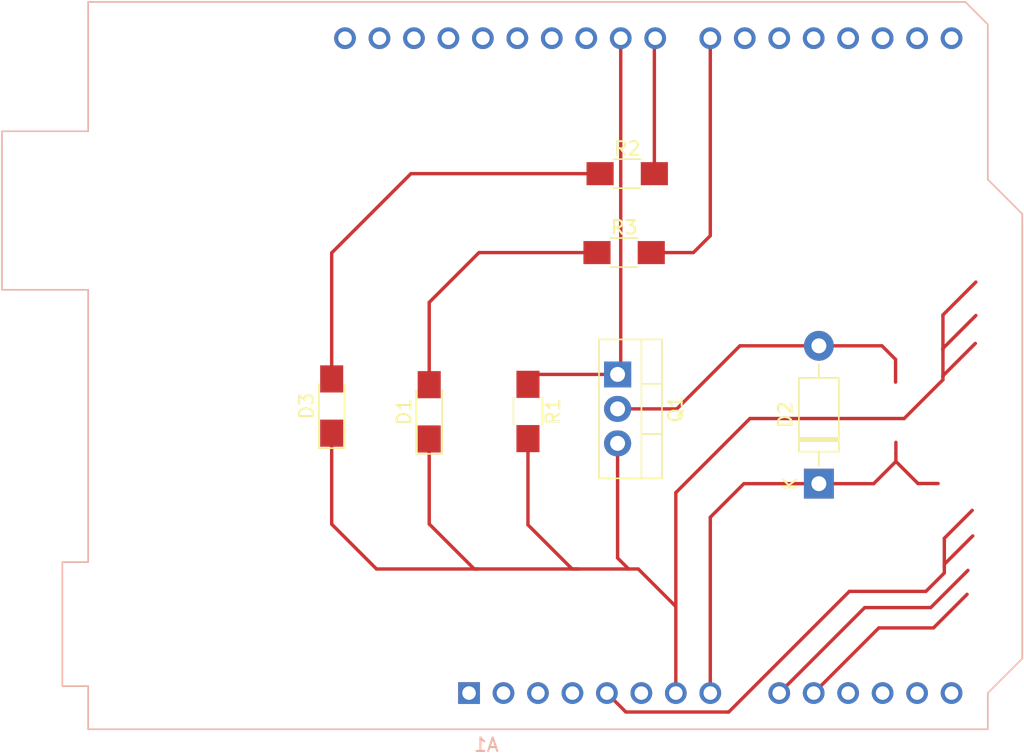
<source format=kicad_pcb>
(kicad_pcb (version 20171130) (host pcbnew "(5.1.9)-1")

  (general
    (thickness 1.6)
    (drawings 0)
    (tracks 75)
    (zones 0)
    (modules 8)
    (nets 36)
  )

  (page A4)
  (layers
    (0 F.Cu signal)
    (31 B.Cu signal)
    (32 B.Adhes user)
    (33 F.Adhes user)
    (34 B.Paste user)
    (35 F.Paste user)
    (36 B.SilkS user)
    (37 F.SilkS user)
    (38 B.Mask user)
    (39 F.Mask user)
    (40 Dwgs.User user)
    (41 Cmts.User user)
    (42 Eco1.User user)
    (43 Eco2.User user)
    (44 Edge.Cuts user)
    (45 Margin user)
    (46 B.CrtYd user)
    (47 F.CrtYd user)
    (48 B.Fab user)
    (49 F.Fab user)
  )

  (setup
    (last_trace_width 0.25)
    (trace_clearance 0.2)
    (zone_clearance 0.508)
    (zone_45_only no)
    (trace_min 0.2)
    (via_size 0.8)
    (via_drill 0.4)
    (via_min_size 0.4)
    (via_min_drill 0.3)
    (uvia_size 0.3)
    (uvia_drill 0.1)
    (uvias_allowed no)
    (uvia_min_size 0.2)
    (uvia_min_drill 0.1)
    (edge_width 0.05)
    (segment_width 0.2)
    (pcb_text_width 0.3)
    (pcb_text_size 1.5 1.5)
    (mod_edge_width 0.12)
    (mod_text_size 1 1)
    (mod_text_width 0.15)
    (pad_size 1.524 1.524)
    (pad_drill 0.762)
    (pad_to_mask_clearance 0)
    (aux_axis_origin 0 0)
    (visible_elements FFFFFF7F)
    (pcbplotparams
      (layerselection 0x010fc_ffffffff)
      (usegerberextensions false)
      (usegerberattributes true)
      (usegerberadvancedattributes true)
      (creategerberjobfile true)
      (excludeedgelayer true)
      (linewidth 0.100000)
      (plotframeref false)
      (viasonmask false)
      (mode 1)
      (useauxorigin false)
      (hpglpennumber 1)
      (hpglpenspeed 20)
      (hpglpendiameter 15.000000)
      (psnegative false)
      (psa4output false)
      (plotreference true)
      (plotvalue true)
      (plotinvisibletext false)
      (padsonsilk false)
      (subtractmaskfromsilk false)
      (outputformat 1)
      (mirror false)
      (drillshape 1)
      (scaleselection 1)
      (outputdirectory ""))
  )

  (net 0 "")
  (net 1 "Net-(A1-Pad16)")
  (net 2 "Net-(A1-Pad15)")
  (net 3 "Net-(A1-Pad30)")
  (net 4 "Net-(A1-Pad14)")
  (net 5 "Net-(A1-Pad29)")
  (net 6 "Net-(A1-Pad13)")
  (net 7 "Net-(A1-Pad28)")
  (net 8 "Net-(A1-Pad12)")
  (net 9 "Net-(A1-Pad27)")
  (net 10 "Net-(A1-Pad11)")
  (net 11 "Net-(A1-Pad26)")
  (net 12 "Net-(A1-Pad10)")
  (net 13 "Net-(A1-Pad25)")
  (net 14 "Net-(A1-Pad9)")
  (net 15 "Net-(A1-Pad24)")
  (net 16 "Net-(A1-Pad8)")
  (net 17 "Net-(A1-Pad23)")
  (net 18 "Net-(A1-Pad7)")
  (net 19 "Net-(A1-Pad22)")
  (net 20 "Net-(A1-Pad6)")
  (net 21 "Net-(A1-Pad21)")
  (net 22 "Net-(A1-Pad5)")
  (net 23 "Net-(A1-Pad20)")
  (net 24 "Net-(A1-Pad4)")
  (net 25 "Net-(A1-Pad19)")
  (net 26 "Net-(A1-Pad3)")
  (net 27 "Net-(A1-Pad18)")
  (net 28 "Net-(A1-Pad2)")
  (net 29 "Net-(A1-Pad17)")
  (net 30 "Net-(A1-Pad1)")
  (net 31 "Net-(A1-Pad31)")
  (net 32 "Net-(A1-Pad32)")
  (net 33 "Net-(D1-Pad2)")
  (net 34 "Net-(D2-Pad2)")
  (net 35 "Net-(D3-Pad2)")

  (net_class Default "This is the default net class."
    (clearance 0.2)
    (trace_width 0.25)
    (via_dia 0.8)
    (via_drill 0.4)
    (uvia_dia 0.3)
    (uvia_drill 0.1)
    (add_net "Net-(A1-Pad1)")
    (add_net "Net-(A1-Pad10)")
    (add_net "Net-(A1-Pad11)")
    (add_net "Net-(A1-Pad12)")
    (add_net "Net-(A1-Pad13)")
    (add_net "Net-(A1-Pad14)")
    (add_net "Net-(A1-Pad15)")
    (add_net "Net-(A1-Pad16)")
    (add_net "Net-(A1-Pad17)")
    (add_net "Net-(A1-Pad18)")
    (add_net "Net-(A1-Pad19)")
    (add_net "Net-(A1-Pad2)")
    (add_net "Net-(A1-Pad20)")
    (add_net "Net-(A1-Pad21)")
    (add_net "Net-(A1-Pad22)")
    (add_net "Net-(A1-Pad23)")
    (add_net "Net-(A1-Pad24)")
    (add_net "Net-(A1-Pad25)")
    (add_net "Net-(A1-Pad26)")
    (add_net "Net-(A1-Pad27)")
    (add_net "Net-(A1-Pad28)")
    (add_net "Net-(A1-Pad29)")
    (add_net "Net-(A1-Pad3)")
    (add_net "Net-(A1-Pad30)")
    (add_net "Net-(A1-Pad31)")
    (add_net "Net-(A1-Pad32)")
    (add_net "Net-(A1-Pad4)")
    (add_net "Net-(A1-Pad5)")
    (add_net "Net-(A1-Pad6)")
    (add_net "Net-(A1-Pad7)")
    (add_net "Net-(A1-Pad8)")
    (add_net "Net-(A1-Pad9)")
    (add_net "Net-(D1-Pad2)")
    (add_net "Net-(D2-Pad2)")
    (add_net "Net-(D3-Pad2)")
  )

  (module Diode_THT:D_DO-41_SOD81_P10.16mm_Horizontal (layer F.Cu) (tedit 5AE50CD5) (tstamp 607DA7AC)
    (at 185.039 87.6554 90)
    (descr "Diode, DO-41_SOD81 series, Axial, Horizontal, pin pitch=10.16mm, , length*diameter=5.2*2.7mm^2, , http://www.diodes.com/_files/packages/DO-41%20(Plastic).pdf")
    (tags "Diode DO-41_SOD81 series Axial Horizontal pin pitch 10.16mm  length 5.2mm diameter 2.7mm")
    (path /6074A480)
    (fp_text reference D2 (at 5.08 -2.47 90) (layer F.SilkS)
      (effects (font (size 1 1) (thickness 0.15)))
    )
    (fp_text value 1N4007 (at 5.08 2.47 90) (layer F.Fab)
      (effects (font (size 1 1) (thickness 0.15)))
    )
    (fp_text user K (at 0 -2.1 90) (layer F.SilkS)
      (effects (font (size 1 1) (thickness 0.15)))
    )
    (fp_text user K (at 0 -2.1 90) (layer F.Fab)
      (effects (font (size 1 1) (thickness 0.15)))
    )
    (fp_text user %R (at 5.47 0 90) (layer F.Fab)
      (effects (font (size 1 1) (thickness 0.15)))
    )
    (fp_line (start 2.48 -1.35) (end 2.48 1.35) (layer F.Fab) (width 0.1))
    (fp_line (start 2.48 1.35) (end 7.68 1.35) (layer F.Fab) (width 0.1))
    (fp_line (start 7.68 1.35) (end 7.68 -1.35) (layer F.Fab) (width 0.1))
    (fp_line (start 7.68 -1.35) (end 2.48 -1.35) (layer F.Fab) (width 0.1))
    (fp_line (start 0 0) (end 2.48 0) (layer F.Fab) (width 0.1))
    (fp_line (start 10.16 0) (end 7.68 0) (layer F.Fab) (width 0.1))
    (fp_line (start 3.26 -1.35) (end 3.26 1.35) (layer F.Fab) (width 0.1))
    (fp_line (start 3.36 -1.35) (end 3.36 1.35) (layer F.Fab) (width 0.1))
    (fp_line (start 3.16 -1.35) (end 3.16 1.35) (layer F.Fab) (width 0.1))
    (fp_line (start 2.36 -1.47) (end 2.36 1.47) (layer F.SilkS) (width 0.12))
    (fp_line (start 2.36 1.47) (end 7.8 1.47) (layer F.SilkS) (width 0.12))
    (fp_line (start 7.8 1.47) (end 7.8 -1.47) (layer F.SilkS) (width 0.12))
    (fp_line (start 7.8 -1.47) (end 2.36 -1.47) (layer F.SilkS) (width 0.12))
    (fp_line (start 1.34 0) (end 2.36 0) (layer F.SilkS) (width 0.12))
    (fp_line (start 8.82 0) (end 7.8 0) (layer F.SilkS) (width 0.12))
    (fp_line (start 3.26 -1.47) (end 3.26 1.47) (layer F.SilkS) (width 0.12))
    (fp_line (start 3.38 -1.47) (end 3.38 1.47) (layer F.SilkS) (width 0.12))
    (fp_line (start 3.14 -1.47) (end 3.14 1.47) (layer F.SilkS) (width 0.12))
    (fp_line (start -1.35 -1.6) (end -1.35 1.6) (layer F.CrtYd) (width 0.05))
    (fp_line (start -1.35 1.6) (end 11.51 1.6) (layer F.CrtYd) (width 0.05))
    (fp_line (start 11.51 1.6) (end 11.51 -1.6) (layer F.CrtYd) (width 0.05))
    (fp_line (start 11.51 -1.6) (end -1.35 -1.6) (layer F.CrtYd) (width 0.05))
    (pad 2 thru_hole oval (at 10.16 0 90) (size 2.2 2.2) (drill 1.1) (layers *.Cu *.Mask)
      (net 34 "Net-(D2-Pad2)"))
    (pad 1 thru_hole rect (at 0 0 90) (size 2.2 2.2) (drill 1.1) (layers *.Cu *.Mask)
      (net 16 "Net-(A1-Pad8)"))
    (model ${KISYS3DMOD}/Diode_THT.3dshapes/D_DO-41_SOD81_P10.16mm_Horizontal.wrl
      (at (xyz 0 0 0))
      (scale (xyz 1 1 1))
      (rotate (xyz 0 0 0))
    )
  )

  (module fab:R_1206 (layer F.Cu) (tedit 60020482) (tstamp 607DA80E)
    (at 170.688 70.6247)
    (descr "Resistor SMD 1206, hand soldering")
    (tags "resistor 1206")
    (path /60752E1F)
    (attr smd)
    (fp_text reference R3 (at 0 -1.85) (layer F.SilkS)
      (effects (font (size 1 1) (thickness 0.15)))
    )
    (fp_text value R (at 0 1.9) (layer F.Fab)
      (effects (font (size 1 1) (thickness 0.15)))
    )
    (fp_text user %R (at 0 0) (layer F.Fab)
      (effects (font (size 0.7 0.7) (thickness 0.105)))
    )
    (fp_line (start -1.6 0.8) (end -1.6 -0.8) (layer F.Fab) (width 0.1))
    (fp_line (start 1.6 0.8) (end -1.6 0.8) (layer F.Fab) (width 0.1))
    (fp_line (start 1.6 -0.8) (end 1.6 0.8) (layer F.Fab) (width 0.1))
    (fp_line (start -1.6 -0.8) (end 1.6 -0.8) (layer F.Fab) (width 0.1))
    (fp_line (start 1 1.07) (end -1 1.07) (layer F.SilkS) (width 0.12))
    (fp_line (start -1 -1.07) (end 1 -1.07) (layer F.SilkS) (width 0.12))
    (fp_line (start -3.25 -1.11) (end 3.25 -1.11) (layer F.CrtYd) (width 0.05))
    (fp_line (start -3.25 -1.11) (end -3.25 1.1) (layer F.CrtYd) (width 0.05))
    (fp_line (start 3.25 1.1) (end 3.25 -1.11) (layer F.CrtYd) (width 0.05))
    (fp_line (start 3.25 1.1) (end -3.25 1.1) (layer F.CrtYd) (width 0.05))
    (pad 1 smd rect (at -2 0) (size 2 1.7) (layers F.Cu F.Paste F.Mask)
      (net 33 "Net-(D1-Pad2)"))
    (pad 2 smd rect (at 2 0) (size 2 1.7) (layers F.Cu F.Paste F.Mask)
      (net 19 "Net-(A1-Pad22)"))
    (model ${FAB}/fab.3dshapes/R_1206.step
      (at (xyz 0 0 0))
      (scale (xyz 1 1 1))
      (rotate (xyz 0 0 0))
    )
  )

  (module fab:R_1206 (layer F.Cu) (tedit 60020482) (tstamp 607DA7FD)
    (at 170.9166 64.8081)
    (descr "Resistor SMD 1206, hand soldering")
    (tags "resistor 1206")
    (path /607570CF)
    (attr smd)
    (fp_text reference R2 (at 0 -1.85) (layer F.SilkS)
      (effects (font (size 1 1) (thickness 0.15)))
    )
    (fp_text value R (at 0 1.9) (layer F.Fab)
      (effects (font (size 1 1) (thickness 0.15)))
    )
    (fp_text user %R (at 0 0) (layer F.Fab)
      (effects (font (size 0.7 0.7) (thickness 0.105)))
    )
    (fp_line (start -1.6 0.8) (end -1.6 -0.8) (layer F.Fab) (width 0.1))
    (fp_line (start 1.6 0.8) (end -1.6 0.8) (layer F.Fab) (width 0.1))
    (fp_line (start 1.6 -0.8) (end 1.6 0.8) (layer F.Fab) (width 0.1))
    (fp_line (start -1.6 -0.8) (end 1.6 -0.8) (layer F.Fab) (width 0.1))
    (fp_line (start 1 1.07) (end -1 1.07) (layer F.SilkS) (width 0.12))
    (fp_line (start -1 -1.07) (end 1 -1.07) (layer F.SilkS) (width 0.12))
    (fp_line (start -3.25 -1.11) (end 3.25 -1.11) (layer F.CrtYd) (width 0.05))
    (fp_line (start -3.25 -1.11) (end -3.25 1.1) (layer F.CrtYd) (width 0.05))
    (fp_line (start 3.25 1.1) (end 3.25 -1.11) (layer F.CrtYd) (width 0.05))
    (fp_line (start 3.25 1.1) (end -3.25 1.1) (layer F.CrtYd) (width 0.05))
    (pad 1 smd rect (at -2 0) (size 2 1.7) (layers F.Cu F.Paste F.Mask)
      (net 35 "Net-(D3-Pad2)"))
    (pad 2 smd rect (at 2 0) (size 2 1.7) (layers F.Cu F.Paste F.Mask)
      (net 17 "Net-(A1-Pad23)"))
    (model ${FAB}/fab.3dshapes/R_1206.step
      (at (xyz 0 0 0))
      (scale (xyz 1 1 1))
      (rotate (xyz 0 0 0))
    )
  )

  (module fab:R_1206 (layer F.Cu) (tedit 60020482) (tstamp 607DA7EC)
    (at 163.6014 82.3341 270)
    (descr "Resistor SMD 1206, hand soldering")
    (tags "resistor 1206")
    (path /60756A6C)
    (attr smd)
    (fp_text reference R1 (at 0 -1.85 90) (layer F.SilkS)
      (effects (font (size 1 1) (thickness 0.15)))
    )
    (fp_text value R (at 0 1.9 90) (layer F.Fab)
      (effects (font (size 1 1) (thickness 0.15)))
    )
    (fp_text user %R (at 0 0 90) (layer F.Fab)
      (effects (font (size 0.7 0.7) (thickness 0.105)))
    )
    (fp_line (start -1.6 0.8) (end -1.6 -0.8) (layer F.Fab) (width 0.1))
    (fp_line (start 1.6 0.8) (end -1.6 0.8) (layer F.Fab) (width 0.1))
    (fp_line (start 1.6 -0.8) (end 1.6 0.8) (layer F.Fab) (width 0.1))
    (fp_line (start -1.6 -0.8) (end 1.6 -0.8) (layer F.Fab) (width 0.1))
    (fp_line (start 1 1.07) (end -1 1.07) (layer F.SilkS) (width 0.12))
    (fp_line (start -1 -1.07) (end 1 -1.07) (layer F.SilkS) (width 0.12))
    (fp_line (start -3.25 -1.11) (end 3.25 -1.11) (layer F.CrtYd) (width 0.05))
    (fp_line (start -3.25 -1.11) (end -3.25 1.1) (layer F.CrtYd) (width 0.05))
    (fp_line (start 3.25 1.1) (end 3.25 -1.11) (layer F.CrtYd) (width 0.05))
    (fp_line (start 3.25 1.1) (end -3.25 1.1) (layer F.CrtYd) (width 0.05))
    (pad 1 smd rect (at -2 0 270) (size 2 1.7) (layers F.Cu F.Paste F.Mask)
      (net 15 "Net-(A1-Pad24)"))
    (pad 2 smd rect (at 2 0 270) (size 2 1.7) (layers F.Cu F.Paste F.Mask)
      (net 18 "Net-(A1-Pad7)"))
    (model ${FAB}/fab.3dshapes/R_1206.step
      (at (xyz 0 0 0))
      (scale (xyz 1 1 1))
      (rotate (xyz 0 0 0))
    )
  )

  (module Package_TO_SOT_THT:TO-220-3_Vertical (layer F.Cu) (tedit 5AC8BA0D) (tstamp 607DA7DB)
    (at 170.2054 79.6036 270)
    (descr "TO-220-3, Vertical, RM 2.54mm, see https://www.vishay.com/docs/66542/to-220-1.pdf")
    (tags "TO-220-3 Vertical RM 2.54mm")
    (path /60748F81)
    (fp_text reference Q1 (at 2.54 -4.27 90) (layer F.SilkS)
      (effects (font (size 1 1) (thickness 0.15)))
    )
    (fp_text value IRLZ34N (at 2.54 2.5 90) (layer F.Fab)
      (effects (font (size 1 1) (thickness 0.15)))
    )
    (fp_text user %R (at 2.54 -4.27 90) (layer F.Fab)
      (effects (font (size 1 1) (thickness 0.15)))
    )
    (fp_line (start -2.46 -3.15) (end -2.46 1.25) (layer F.Fab) (width 0.1))
    (fp_line (start -2.46 1.25) (end 7.54 1.25) (layer F.Fab) (width 0.1))
    (fp_line (start 7.54 1.25) (end 7.54 -3.15) (layer F.Fab) (width 0.1))
    (fp_line (start 7.54 -3.15) (end -2.46 -3.15) (layer F.Fab) (width 0.1))
    (fp_line (start -2.46 -1.88) (end 7.54 -1.88) (layer F.Fab) (width 0.1))
    (fp_line (start 0.69 -3.15) (end 0.69 -1.88) (layer F.Fab) (width 0.1))
    (fp_line (start 4.39 -3.15) (end 4.39 -1.88) (layer F.Fab) (width 0.1))
    (fp_line (start -2.58 -3.27) (end 7.66 -3.27) (layer F.SilkS) (width 0.12))
    (fp_line (start -2.58 1.371) (end 7.66 1.371) (layer F.SilkS) (width 0.12))
    (fp_line (start -2.58 -3.27) (end -2.58 1.371) (layer F.SilkS) (width 0.12))
    (fp_line (start 7.66 -3.27) (end 7.66 1.371) (layer F.SilkS) (width 0.12))
    (fp_line (start -2.58 -1.76) (end 7.66 -1.76) (layer F.SilkS) (width 0.12))
    (fp_line (start 0.69 -3.27) (end 0.69 -1.76) (layer F.SilkS) (width 0.12))
    (fp_line (start 4.391 -3.27) (end 4.391 -1.76) (layer F.SilkS) (width 0.12))
    (fp_line (start -2.71 -3.4) (end -2.71 1.51) (layer F.CrtYd) (width 0.05))
    (fp_line (start -2.71 1.51) (end 7.79 1.51) (layer F.CrtYd) (width 0.05))
    (fp_line (start 7.79 1.51) (end 7.79 -3.4) (layer F.CrtYd) (width 0.05))
    (fp_line (start 7.79 -3.4) (end -2.71 -3.4) (layer F.CrtYd) (width 0.05))
    (pad 3 thru_hole oval (at 5.08 0 270) (size 1.905 2) (drill 1.1) (layers *.Cu *.Mask)
      (net 18 "Net-(A1-Pad7)"))
    (pad 2 thru_hole oval (at 2.54 0 270) (size 1.905 2) (drill 1.1) (layers *.Cu *.Mask)
      (net 34 "Net-(D2-Pad2)"))
    (pad 1 thru_hole rect (at 0 0 270) (size 1.905 2) (drill 1.1) (layers *.Cu *.Mask)
      (net 15 "Net-(A1-Pad24)"))
    (model ${KISYS3DMOD}/Package_TO_SOT_THT.3dshapes/TO-220-3_Vertical.wrl
      (at (xyz 0 0 0))
      (scale (xyz 1 1 1))
      (rotate (xyz 0 0 0))
    )
  )

  (module fab:LED_1206 (layer F.Cu) (tedit 595FC724) (tstamp 607DA7C1)
    (at 149.1361 81.9343 90)
    (descr "LED SMD 1206, hand soldering")
    (tags "LED 1206")
    (path /60755A04)
    (attr smd)
    (fp_text reference D3 (at 0 -1.85 90) (layer F.SilkS)
      (effects (font (size 1 1) (thickness 0.15)))
    )
    (fp_text value LED (at 0 1.9 90) (layer F.Fab)
      (effects (font (size 1 1) (thickness 0.15)))
    )
    (fp_line (start 3.25 1.1) (end -3.25 1.1) (layer F.CrtYd) (width 0.05))
    (fp_line (start 3.25 1.1) (end 3.25 -1.11) (layer F.CrtYd) (width 0.05))
    (fp_line (start -3.25 -1.11) (end -3.25 1.1) (layer F.CrtYd) (width 0.05))
    (fp_line (start -3.25 -1.11) (end 3.25 -1.11) (layer F.CrtYd) (width 0.05))
    (fp_line (start -3.1 -0.95) (end 1.6 -0.95) (layer F.SilkS) (width 0.12))
    (fp_line (start -3.1 0.95) (end 1.6 0.95) (layer F.SilkS) (width 0.12))
    (fp_line (start -1.6 -0.8) (end 1.6 -0.8) (layer F.Fab) (width 0.1))
    (fp_line (start 1.6 -0.8) (end 1.6 0.8) (layer F.Fab) (width 0.1))
    (fp_line (start 1.6 0.8) (end -1.6 0.8) (layer F.Fab) (width 0.1))
    (fp_line (start -1.6 0.8) (end -1.6 -0.8) (layer F.Fab) (width 0.1))
    (fp_line (start -0.45 -0.4) (end -0.45 0.4) (layer F.Fab) (width 0.1))
    (fp_line (start 0.2 0.4) (end -0.4 0) (layer F.Fab) (width 0.1))
    (fp_line (start 0.2 -0.4) (end 0.2 0.4) (layer F.Fab) (width 0.1))
    (fp_line (start -0.4 0) (end 0.2 -0.4) (layer F.Fab) (width 0.1))
    (fp_line (start -3.1 -0.95) (end -3.1 0.95) (layer F.SilkS) (width 0.12))
    (pad 1 smd rect (at -2 0 90) (size 2 1.7) (layers F.Cu F.Paste F.Mask)
      (net 18 "Net-(A1-Pad7)"))
    (pad 2 smd rect (at 2 0 90) (size 2 1.7) (layers F.Cu F.Paste F.Mask)
      (net 35 "Net-(D3-Pad2)"))
    (model ${KISYS3DMOD}/LEDs.3dshapes/LED_1206.wrl
      (at (xyz 0 0 0))
      (scale (xyz 1 1 1))
      (rotate (xyz 0 0 180))
    )
  )

  (module fab:LED_1206 (layer F.Cu) (tedit 595FC724) (tstamp 607DA78D)
    (at 156.3243 82.3595 90)
    (descr "LED SMD 1206, hand soldering")
    (tags "LED 1206")
    (path /60756322)
    (attr smd)
    (fp_text reference D1 (at 0 -1.85 90) (layer F.SilkS)
      (effects (font (size 1 1) (thickness 0.15)))
    )
    (fp_text value LED (at 0 1.9 90) (layer F.Fab)
      (effects (font (size 1 1) (thickness 0.15)))
    )
    (fp_line (start 3.25 1.1) (end -3.25 1.1) (layer F.CrtYd) (width 0.05))
    (fp_line (start 3.25 1.1) (end 3.25 -1.11) (layer F.CrtYd) (width 0.05))
    (fp_line (start -3.25 -1.11) (end -3.25 1.1) (layer F.CrtYd) (width 0.05))
    (fp_line (start -3.25 -1.11) (end 3.25 -1.11) (layer F.CrtYd) (width 0.05))
    (fp_line (start -3.1 -0.95) (end 1.6 -0.95) (layer F.SilkS) (width 0.12))
    (fp_line (start -3.1 0.95) (end 1.6 0.95) (layer F.SilkS) (width 0.12))
    (fp_line (start -1.6 -0.8) (end 1.6 -0.8) (layer F.Fab) (width 0.1))
    (fp_line (start 1.6 -0.8) (end 1.6 0.8) (layer F.Fab) (width 0.1))
    (fp_line (start 1.6 0.8) (end -1.6 0.8) (layer F.Fab) (width 0.1))
    (fp_line (start -1.6 0.8) (end -1.6 -0.8) (layer F.Fab) (width 0.1))
    (fp_line (start -0.45 -0.4) (end -0.45 0.4) (layer F.Fab) (width 0.1))
    (fp_line (start 0.2 0.4) (end -0.4 0) (layer F.Fab) (width 0.1))
    (fp_line (start 0.2 -0.4) (end 0.2 0.4) (layer F.Fab) (width 0.1))
    (fp_line (start -0.4 0) (end 0.2 -0.4) (layer F.Fab) (width 0.1))
    (fp_line (start -3.1 -0.95) (end -3.1 0.95) (layer F.SilkS) (width 0.12))
    (pad 1 smd rect (at -2 0 90) (size 2 1.7) (layers F.Cu F.Paste F.Mask)
      (net 18 "Net-(A1-Pad7)"))
    (pad 2 smd rect (at 2 0 90) (size 2 1.7) (layers F.Cu F.Paste F.Mask)
      (net 33 "Net-(D1-Pad2)"))
    (model ${KISYS3DMOD}/LEDs.3dshapes/LED_1206.wrl
      (at (xyz 0 0 0))
      (scale (xyz 1 1 1))
      (rotate (xyz 0 0 180))
    )
  )

  (module fab:Arduino_UNO_R3_WithMountingHoles (layer B.Cu) (tedit 5B3F95CF) (tstamp 607DA778)
    (at 159.258 103.0859)
    (descr "Arduino UNO R3, http://www.mouser.com/pdfdocs/Gravitech_Arduino_Nano3_0.pdf")
    (tags "Arduino UNO R3")
    (path /60745A6F)
    (fp_text reference A1 (at 1.27 3.81 -180) (layer B.SilkS)
      (effects (font (size 1 1) (thickness 0.15)) (justify mirror))
    )
    (fp_text value Arduino_UNO_R3 (at 0 -22.86) (layer B.Fab)
      (effects (font (size 1 1) (thickness 0.15)) (justify mirror))
    )
    (fp_text user %R (at 0 -20.32 -180) (layer B.Fab)
      (effects (font (size 1 1) (thickness 0.15)) (justify mirror))
    )
    (fp_line (start -27.94 2.54) (end 38.1 2.54) (layer B.Fab) (width 0.1))
    (fp_line (start -27.94 -50.8) (end -27.94 2.54) (layer B.Fab) (width 0.1))
    (fp_line (start 36.58 -50.8) (end -27.94 -50.8) (layer B.Fab) (width 0.1))
    (fp_line (start 38.1 -49.28) (end 36.58 -50.8) (layer B.Fab) (width 0.1))
    (fp_line (start 38.1 0) (end 40.64 -2.54) (layer B.Fab) (width 0.1))
    (fp_line (start 38.1 2.54) (end 38.1 0) (layer B.Fab) (width 0.1))
    (fp_line (start 40.64 -35.31) (end 38.1 -37.85) (layer B.Fab) (width 0.1))
    (fp_line (start 40.64 -2.54) (end 40.64 -35.31) (layer B.Fab) (width 0.1))
    (fp_line (start 38.1 -37.85) (end 38.1 -49.28) (layer B.Fab) (width 0.1))
    (fp_line (start -29.84 -9.53) (end -29.84 -0.64) (layer B.Fab) (width 0.1))
    (fp_line (start -16.51 -9.53) (end -29.84 -9.53) (layer B.Fab) (width 0.1))
    (fp_line (start -16.51 -0.64) (end -16.51 -9.53) (layer B.Fab) (width 0.1))
    (fp_line (start -29.84 -0.64) (end -16.51 -0.64) (layer B.Fab) (width 0.1))
    (fp_line (start -34.29 -41.27) (end -34.29 -29.84) (layer B.Fab) (width 0.1))
    (fp_line (start -18.41 -41.27) (end -34.29 -41.27) (layer B.Fab) (width 0.1))
    (fp_line (start -18.41 -29.84) (end -18.41 -41.27) (layer B.Fab) (width 0.1))
    (fp_line (start -34.29 -29.84) (end -18.41 -29.84) (layer B.Fab) (width 0.1))
    (fp_line (start 38.23 -37.85) (end 40.77 -35.31) (layer B.SilkS) (width 0.12))
    (fp_line (start 38.23 -49.28) (end 38.23 -37.85) (layer B.SilkS) (width 0.12))
    (fp_line (start 36.58 -50.93) (end 38.23 -49.28) (layer B.SilkS) (width 0.12))
    (fp_line (start -28.07 -50.93) (end 36.58 -50.93) (layer B.SilkS) (width 0.12))
    (fp_line (start -28.07 -41.4) (end -28.07 -50.93) (layer B.SilkS) (width 0.12))
    (fp_line (start -34.42 -41.4) (end -28.07 -41.4) (layer B.SilkS) (width 0.12))
    (fp_line (start -34.42 -29.72) (end -34.42 -41.4) (layer B.SilkS) (width 0.12))
    (fp_line (start -28.07 -29.72) (end -34.42 -29.72) (layer B.SilkS) (width 0.12))
    (fp_line (start -28.07 -9.65) (end -28.07 -29.72) (layer B.SilkS) (width 0.12))
    (fp_line (start -29.97 -9.65) (end -28.07 -9.65) (layer B.SilkS) (width 0.12))
    (fp_line (start -29.97 -0.51) (end -29.97 -9.65) (layer B.SilkS) (width 0.12))
    (fp_line (start -28.07 -0.51) (end -29.97 -0.51) (layer B.SilkS) (width 0.12))
    (fp_line (start -28.07 2.67) (end -28.07 -0.51) (layer B.SilkS) (width 0.12))
    (fp_line (start 38.23 2.67) (end -28.07 2.67) (layer B.SilkS) (width 0.12))
    (fp_line (start 38.23 0) (end 38.23 2.67) (layer B.SilkS) (width 0.12))
    (fp_line (start 40.77 -2.54) (end 38.23 0) (layer B.SilkS) (width 0.12))
    (fp_line (start 40.77 -35.31) (end 40.77 -2.54) (layer B.SilkS) (width 0.12))
    (fp_line (start -28.19 2.79) (end 38.35 2.79) (layer B.CrtYd) (width 0.05))
    (fp_line (start -28.19 -0.38) (end -28.19 2.79) (layer B.CrtYd) (width 0.05))
    (fp_line (start -30.1 -0.38) (end -28.19 -0.38) (layer B.CrtYd) (width 0.05))
    (fp_line (start -30.1 -9.78) (end -30.1 -0.38) (layer B.CrtYd) (width 0.05))
    (fp_line (start -28.19 -9.78) (end -30.1 -9.78) (layer B.CrtYd) (width 0.05))
    (fp_line (start -28.19 -29.59) (end -28.19 -9.78) (layer B.CrtYd) (width 0.05))
    (fp_line (start -34.54 -29.59) (end -28.19 -29.59) (layer B.CrtYd) (width 0.05))
    (fp_line (start -34.54 -41.53) (end -34.54 -29.59) (layer B.CrtYd) (width 0.05))
    (fp_line (start -28.19 -41.53) (end -34.54 -41.53) (layer B.CrtYd) (width 0.05))
    (fp_line (start -28.19 -51.05) (end -28.19 -41.53) (layer B.CrtYd) (width 0.05))
    (fp_line (start 36.58 -51.05) (end -28.19 -51.05) (layer B.CrtYd) (width 0.05))
    (fp_line (start 38.35 -49.28) (end 36.58 -51.05) (layer B.CrtYd) (width 0.05))
    (fp_line (start 38.35 -37.85) (end 38.35 -49.28) (layer B.CrtYd) (width 0.05))
    (fp_line (start 40.89 -35.31) (end 38.35 -37.85) (layer B.CrtYd) (width 0.05))
    (fp_line (start 40.89 -2.54) (end 40.89 -35.31) (layer B.CrtYd) (width 0.05))
    (fp_line (start 38.35 0) (end 40.89 -2.54) (layer B.CrtYd) (width 0.05))
    (fp_line (start 38.35 2.79) (end 38.35 0) (layer B.CrtYd) (width 0.05))
    (pad "" np_thru_hole circle (at 38.1 -5.08 270) (size 3.2 3.2) (drill 3.2) (layers *.Cu *.Mask))
    (pad "" np_thru_hole circle (at 38.1 -33.02 270) (size 3.2 3.2) (drill 3.2) (layers *.Cu *.Mask))
    (pad "" np_thru_hole circle (at -12.7 -48.26 270) (size 3.2 3.2) (drill 3.2) (layers *.Cu *.Mask))
    (pad "" np_thru_hole circle (at -13.97 0 270) (size 3.2 3.2) (drill 3.2) (layers *.Cu *.Mask))
    (pad 16 thru_hole oval (at 33.02 -48.26 270) (size 1.6 1.6) (drill 1) (layers *.Cu *.Mask)
      (net 1 "Net-(A1-Pad16)"))
    (pad 15 thru_hole oval (at 35.56 -48.26 270) (size 1.6 1.6) (drill 1) (layers *.Cu *.Mask)
      (net 2 "Net-(A1-Pad15)"))
    (pad 30 thru_hole oval (at -4.06 -48.26 270) (size 1.6 1.6) (drill 1) (layers *.Cu *.Mask)
      (net 3 "Net-(A1-Pad30)"))
    (pad 14 thru_hole oval (at 35.56 0 270) (size 1.6 1.6) (drill 1) (layers *.Cu *.Mask)
      (net 4 "Net-(A1-Pad14)"))
    (pad 29 thru_hole oval (at -1.52 -48.26 270) (size 1.6 1.6) (drill 1) (layers *.Cu *.Mask)
      (net 5 "Net-(A1-Pad29)"))
    (pad 13 thru_hole oval (at 33.02 0 270) (size 1.6 1.6) (drill 1) (layers *.Cu *.Mask)
      (net 6 "Net-(A1-Pad13)"))
    (pad 28 thru_hole oval (at 1.02 -48.26 270) (size 1.6 1.6) (drill 1) (layers *.Cu *.Mask)
      (net 7 "Net-(A1-Pad28)"))
    (pad 12 thru_hole oval (at 30.48 0 270) (size 1.6 1.6) (drill 1) (layers *.Cu *.Mask)
      (net 8 "Net-(A1-Pad12)"))
    (pad 27 thru_hole oval (at 3.56 -48.26 270) (size 1.6 1.6) (drill 1) (layers *.Cu *.Mask)
      (net 9 "Net-(A1-Pad27)"))
    (pad 11 thru_hole oval (at 27.94 0 270) (size 1.6 1.6) (drill 1) (layers *.Cu *.Mask)
      (net 10 "Net-(A1-Pad11)"))
    (pad 26 thru_hole oval (at 6.1 -48.26 270) (size 1.6 1.6) (drill 1) (layers *.Cu *.Mask)
      (net 11 "Net-(A1-Pad26)"))
    (pad 10 thru_hole oval (at 25.4 0 270) (size 1.6 1.6) (drill 1) (layers *.Cu *.Mask)
      (net 12 "Net-(A1-Pad10)"))
    (pad 25 thru_hole oval (at 8.64 -48.26 270) (size 1.6 1.6) (drill 1) (layers *.Cu *.Mask)
      (net 13 "Net-(A1-Pad25)"))
    (pad 9 thru_hole oval (at 22.86 0 270) (size 1.6 1.6) (drill 1) (layers *.Cu *.Mask)
      (net 14 "Net-(A1-Pad9)"))
    (pad 24 thru_hole oval (at 11.18 -48.26 270) (size 1.6 1.6) (drill 1) (layers *.Cu *.Mask)
      (net 15 "Net-(A1-Pad24)"))
    (pad 8 thru_hole oval (at 17.78 0 270) (size 1.6 1.6) (drill 1) (layers *.Cu *.Mask)
      (net 16 "Net-(A1-Pad8)"))
    (pad 23 thru_hole oval (at 13.72 -48.26 270) (size 1.6 1.6) (drill 1) (layers *.Cu *.Mask)
      (net 17 "Net-(A1-Pad23)"))
    (pad 7 thru_hole oval (at 15.24 0 270) (size 1.6 1.6) (drill 1) (layers *.Cu *.Mask)
      (net 18 "Net-(A1-Pad7)"))
    (pad 22 thru_hole oval (at 17.78 -48.26 270) (size 1.6 1.6) (drill 1) (layers *.Cu *.Mask)
      (net 19 "Net-(A1-Pad22)"))
    (pad 6 thru_hole oval (at 12.7 0 270) (size 1.6 1.6) (drill 1) (layers *.Cu *.Mask)
      (net 20 "Net-(A1-Pad6)"))
    (pad 21 thru_hole oval (at 20.32 -48.26 270) (size 1.6 1.6) (drill 1) (layers *.Cu *.Mask)
      (net 21 "Net-(A1-Pad21)"))
    (pad 5 thru_hole oval (at 10.16 0 270) (size 1.6 1.6) (drill 1) (layers *.Cu *.Mask)
      (net 22 "Net-(A1-Pad5)"))
    (pad 20 thru_hole oval (at 22.86 -48.26 270) (size 1.6 1.6) (drill 1) (layers *.Cu *.Mask)
      (net 23 "Net-(A1-Pad20)"))
    (pad 4 thru_hole oval (at 7.62 0 270) (size 1.6 1.6) (drill 1) (layers *.Cu *.Mask)
      (net 24 "Net-(A1-Pad4)"))
    (pad 19 thru_hole oval (at 25.4 -48.26 270) (size 1.6 1.6) (drill 1) (layers *.Cu *.Mask)
      (net 25 "Net-(A1-Pad19)"))
    (pad 3 thru_hole oval (at 5.08 0 270) (size 1.6 1.6) (drill 1) (layers *.Cu *.Mask)
      (net 26 "Net-(A1-Pad3)"))
    (pad 18 thru_hole oval (at 27.94 -48.26 270) (size 1.6 1.6) (drill 1) (layers *.Cu *.Mask)
      (net 27 "Net-(A1-Pad18)"))
    (pad 2 thru_hole oval (at 2.54 0 270) (size 1.6 1.6) (drill 1) (layers *.Cu *.Mask)
      (net 28 "Net-(A1-Pad2)"))
    (pad 17 thru_hole oval (at 30.48 -48.26 270) (size 1.6 1.6) (drill 1) (layers *.Cu *.Mask)
      (net 29 "Net-(A1-Pad17)"))
    (pad 1 thru_hole rect (at 0 0 270) (size 1.6 1.6) (drill 1) (layers *.Cu *.Mask)
      (net 30 "Net-(A1-Pad1)"))
    (pad 31 thru_hole oval (at -6.6 -48.26 270) (size 1.6 1.6) (drill 1) (layers *.Cu *.Mask)
      (net 31 "Net-(A1-Pad31)"))
    (pad 32 thru_hole oval (at -9.14 -48.26 270) (size 1.6 1.6) (drill 1) (layers *.Cu *.Mask)
      (net 32 "Net-(A1-Pad32)"))
    (model ${KISYS3DMOD}/Module.3dshapes/Arduino_UNO_R3_WithMountingHoles.wrl
      (at (xyz 0 0 0))
      (scale (xyz 1 1 1))
      (rotate (xyz 0 0 0))
    )
  )

  (segment (start 184.658 103.0859) (end 189.4586 98.2853) (width 0.25) (layer F.Cu) (net 12))
  (segment (start 189.4586 98.2853) (end 193.4845 98.2853) (width 0.25) (layer F.Cu) (net 12))
  (segment (start 193.4845 98.2853) (end 195.961 95.8088) (width 0.25) (layer F.Cu) (net 12))
  (segment (start 182.118 103.0859) (end 188.4172 96.7867) (width 0.25) (layer F.Cu) (net 14))
  (segment (start 188.4172 96.7867) (end 193.2813 96.7867) (width 0.25) (layer F.Cu) (net 14))
  (segment (start 193.2813 96.7867) (end 196.0245 94.0435) (width 0.25) (layer F.Cu) (net 14))
  (segment (start 170.438 79.371) (end 170.2054 79.6036) (width 0.25) (layer F.Cu) (net 15))
  (segment (start 170.438 54.8259) (end 170.438 79.371) (width 0.25) (layer F.Cu) (net 15))
  (segment (start 164.3319 79.6036) (end 163.6014 80.3341) (width 0.25) (layer F.Cu) (net 15))
  (segment (start 170.2054 79.6036) (end 164.3319 79.6036) (width 0.25) (layer F.Cu) (net 15))
  (segment (start 185.039 87.6554) (end 179.5145 87.6554) (width 0.25) (layer F.Cu) (net 16))
  (segment (start 177.038 90.1319) (end 177.038 103.0859) (width 0.25) (layer F.Cu) (net 16))
  (segment (start 179.5145 87.6554) (end 177.038 90.1319) (width 0.25) (layer F.Cu) (net 16))
  (segment (start 185.039 87.6554) (end 189.0776 87.6554) (width 0.25) (layer F.Cu) (net 16))
  (segment (start 189.0776 87.6554) (end 190.7159 86.0171) (width 0.25) (layer F.Cu) (net 16))
  (segment (start 190.7159 86.0171) (end 192.3415 87.6427) (width 0.25) (layer F.Cu) (net 16))
  (segment (start 192.3415 87.6427) (end 193.8274 87.6427) (width 0.25) (layer F.Cu) (net 16))
  (segment (start 190.7159 86.0171) (end 190.7159 85.4329) (width 0.25) (layer F.Cu) (net 16))
  (segment (start 190.7159 85.4329) (end 190.7159 84.6074) (width 0.25) (layer F.Cu) (net 16))
  (segment (start 172.9166 54.8873) (end 172.978 54.8259) (width 0.25) (layer F.Cu) (net 17))
  (segment (start 172.9166 64.8081) (end 172.9166 54.8873) (width 0.25) (layer F.Cu) (net 17))
  (segment (start 174.498 103.0859) (end 174.498 96.7105) (width 0.25) (layer F.Cu) (net 18))
  (segment (start 163.6014 90.6907) (end 163.6014 84.3341) (width 0.25) (layer F.Cu) (net 18))
  (segment (start 166.8526 93.9419) (end 163.6014 90.6907) (width 0.25) (layer F.Cu) (net 18))
  (segment (start 156.3243 84.3595) (end 156.3243 90.6272) (width 0.25) (layer F.Cu) (net 18))
  (segment (start 156.3243 90.6272) (end 159.639 93.9419) (width 0.25) (layer F.Cu) (net 18))
  (segment (start 167.3098 93.9419) (end 166.8526 93.9419) (width 0.25) (layer F.Cu) (net 18))
  (segment (start 149.1361 83.9343) (end 149.1361 90.6399) (width 0.25) (layer F.Cu) (net 18))
  (segment (start 152.4381 93.9419) (end 159.8803 93.9419) (width 0.25) (layer F.Cu) (net 18))
  (segment (start 149.1361 90.6399) (end 152.4381 93.9419) (width 0.25) (layer F.Cu) (net 18))
  (segment (start 159.8803 93.9419) (end 167.3098 93.9419) (width 0.25) (layer F.Cu) (net 18))
  (segment (start 159.639 93.9419) (end 159.8803 93.9419) (width 0.25) (layer F.Cu) (net 18))
  (segment (start 174.498 96.7105) (end 171.7294 93.9419) (width 0.25) (layer F.Cu) (net 18))
  (segment (start 170.2054 93.1291) (end 171.0182 93.9419) (width 0.25) (layer F.Cu) (net 18))
  (segment (start 170.2054 84.6836) (end 170.2054 93.1291) (width 0.25) (layer F.Cu) (net 18))
  (segment (start 171.0182 93.9419) (end 167.3098 93.9419) (width 0.25) (layer F.Cu) (net 18))
  (segment (start 171.7294 93.9419) (end 171.0182 93.9419) (width 0.25) (layer F.Cu) (net 18))
  (segment (start 174.498 96.7105) (end 174.498 88.3158) (width 0.25) (layer F.Cu) (net 18))
  (segment (start 174.498 88.3158) (end 179.959 82.8548) (width 0.25) (layer F.Cu) (net 18))
  (segment (start 179.959 82.8548) (end 191.3255 82.8548) (width 0.25) (layer F.Cu) (net 18))
  (segment (start 191.3255 82.8548) (end 194.183 79.9973) (width 0.25) (layer F.Cu) (net 18))
  (segment (start 194.183 75.2221) (end 196.6087 72.7964) (width 0.25) (layer F.Cu) (net 18))
  (segment (start 194.183 77.8002) (end 194.183 77.6859) (width 0.25) (layer F.Cu) (net 18))
  (segment (start 194.183 77.8002) (end 194.183 75.2221) (width 0.25) (layer F.Cu) (net 18))
  (segment (start 194.183 77.6859) (end 196.6087 75.2602) (width 0.25) (layer F.Cu) (net 18))
  (segment (start 194.183 79.7814) (end 194.183 79.7052) (width 0.25) (layer F.Cu) (net 18))
  (segment (start 194.183 79.9973) (end 194.183 79.7814) (width 0.25) (layer F.Cu) (net 18))
  (segment (start 194.183 79.7814) (end 194.183 77.8002) (width 0.25) (layer F.Cu) (net 18))
  (segment (start 194.183 79.7052) (end 196.5706 77.3176) (width 0.25) (layer F.Cu) (net 18))
  (segment (start 172.688 70.6247) (end 175.7934 70.6247) (width 0.25) (layer F.Cu) (net 19))
  (segment (start 177.038 69.3801) (end 177.038 54.8259) (width 0.25) (layer F.Cu) (net 19))
  (segment (start 175.7934 70.6247) (end 177.038 69.3801) (width 0.25) (layer F.Cu) (net 19))
  (segment (start 169.418 103.0859) (end 170.815 104.4829) (width 0.25) (layer F.Cu) (net 22))
  (segment (start 170.815 104.4829) (end 178.2953 104.4829) (width 0.25) (layer F.Cu) (net 22))
  (segment (start 178.2953 104.4829) (end 178.3969 104.4829) (width 0.25) (layer F.Cu) (net 22))
  (segment (start 178.3969 104.4829) (end 187.2869 95.5929) (width 0.25) (layer F.Cu) (net 22))
  (segment (start 187.2869 95.5929) (end 192.9257 95.5929) (width 0.25) (layer F.Cu) (net 22))
  (segment (start 192.9257 95.5929) (end 194.2846 94.234) (width 0.25) (layer F.Cu) (net 22))
  (segment (start 194.2846 91.6813) (end 196.342 89.6239) (width 0.25) (layer F.Cu) (net 22))
  (segment (start 194.2846 94.234) (end 194.2846 93.7895) (width 0.25) (layer F.Cu) (net 22))
  (segment (start 194.2846 93.7895) (end 194.2846 93.599) (width 0.25) (layer F.Cu) (net 22))
  (segment (start 194.2846 93.7895) (end 194.2846 91.6813) (width 0.25) (layer F.Cu) (net 22))
  (segment (start 194.2846 93.599) (end 196.3801 91.5035) (width 0.25) (layer F.Cu) (net 22))
  (segment (start 168.688 70.6247) (end 159.9946 70.6247) (width 0.25) (layer F.Cu) (net 33))
  (segment (start 156.3243 74.295) (end 156.3243 80.3595) (width 0.25) (layer F.Cu) (net 33))
  (segment (start 159.9946 70.6247) (end 156.3243 74.295) (width 0.25) (layer F.Cu) (net 33))
  (segment (start 170.2054 82.1436) (end 174.5742 82.1436) (width 0.25) (layer F.Cu) (net 34))
  (segment (start 179.2224 77.4954) (end 185.039 77.4954) (width 0.25) (layer F.Cu) (net 34))
  (segment (start 174.5742 82.1436) (end 179.2224 77.4954) (width 0.25) (layer F.Cu) (net 34))
  (segment (start 185.039 77.4954) (end 189.6872 77.4954) (width 0.25) (layer F.Cu) (net 34))
  (segment (start 189.6872 77.4954) (end 190.6905 78.4987) (width 0.25) (layer F.Cu) (net 34))
  (segment (start 190.6905 78.4987) (end 190.6905 80.1751) (width 0.25) (layer F.Cu) (net 34))
  (segment (start 168.9166 64.8081) (end 154.9781 64.8081) (width 0.25) (layer F.Cu) (net 35))
  (segment (start 149.1361 70.6501) (end 149.1361 79.9343) (width 0.25) (layer F.Cu) (net 35))
  (segment (start 154.9781 64.8081) (end 149.1361 70.6501) (width 0.25) (layer F.Cu) (net 35))

)

</source>
